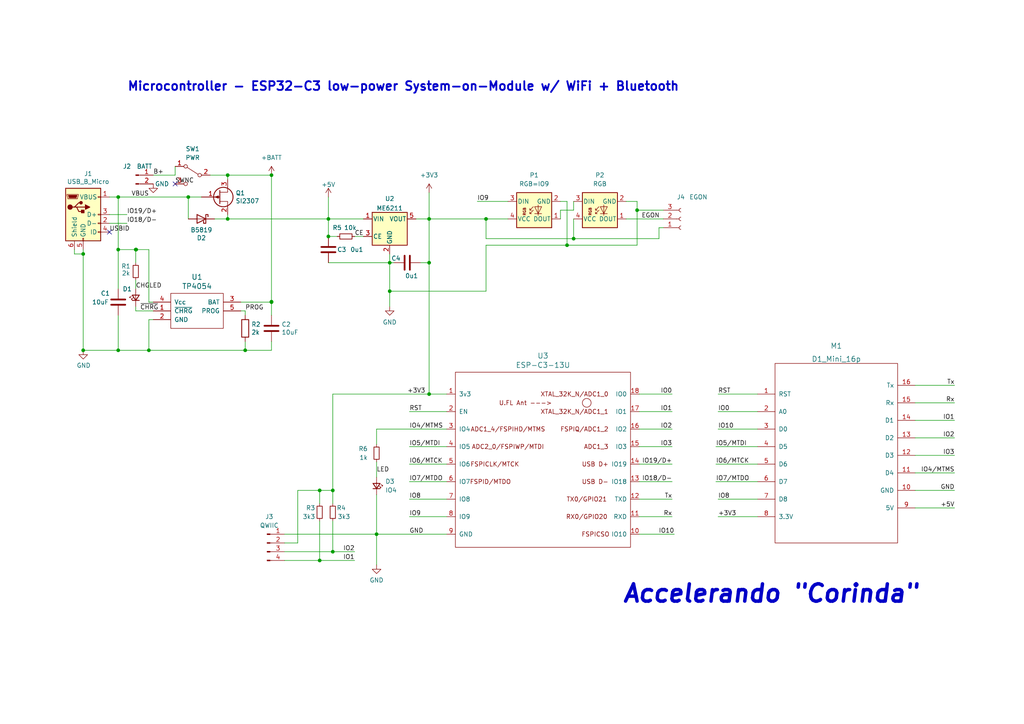
<source format=kicad_sch>
(kicad_sch (version 20211123) (generator eeschema)
  (paper "A4")
  (lib_symbols
    (symbol "Accelerando:D1_Mini_16p" (pin_names (offset 1.016))
      (property "Reference" "U3" (at 12.7 -17.7171 0))
      (property "Value" "D1_Mini_16p" (at 12.7 -20.9961 0))
      (property "Datasheet" "http://www.wemos.cc/Products/d1_mini.html" (at 12.7 -24.2751 0))
      (symbol "D1_Mini_16p_0_1"
        (rectangle (start -5.08 -25.4) (end 30.48 -77.47))
      )
      (symbol "D1_Mini_16p_1_1"
        (pin bidirectional line (at -10.16 -34.29 0) (length 5.08) (name "RST") (number "1"))
        (pin power_in line (at 35.56 -62.23 180) (length 5.08) (name "GND") (number "10"))
        (pin bidirectional line (at 35.56 -57.15 180) (length 5.08) (name "D4") (number "11"))
        (pin bidirectional line (at 35.56 -52.07 180) (length 5.08) (name "D3") (number "12"))
        (pin bidirectional line (at 35.56 -46.99 180) (length 5.08) (name "D2") (number "13"))
        (pin bidirectional line (at 35.56 -41.91 180) (length 5.08) (name "D1") (number "14"))
        (pin bidirectional line (at 35.56 -36.83 180) (length 5.08) (name "Rx") (number "15"))
        (pin bidirectional line (at 35.56 -31.75 180) (length 5.08) (name "Tx") (number "16"))
        (pin bidirectional line (at -10.16 -39.37 0) (length 5.08) (name "A0") (number "2"))
        (pin bidirectional line (at -10.16 -44.45 0) (length 5.08) (name "D0") (number "3"))
        (pin bidirectional line (at -10.16 -49.53 0) (length 5.08) (name "D5") (number "4"))
        (pin bidirectional line (at -10.16 -54.61 0) (length 5.08) (name "D6") (number "5"))
        (pin bidirectional line (at -10.16 -59.69 0) (length 5.08) (name "D7") (number "6"))
        (pin bidirectional line (at -10.16 -64.77 0) (length 5.08) (name "D8") (number "7"))
        (pin power_out line (at -10.16 -69.85 0) (length 5.08) (name "3.3V") (number "8"))
        (pin power_in line (at 35.56 -67.31 180) (length 5.08) (name "5V") (number "9"))
      )
    )
    (symbol "Accelerando:ESP-C3-13U" (pin_names (offset 1.016))
      (property "Reference" "U" (at -12.7 22.86 0))
      (property "Value" "Accelerando_ESP-C3-13U" (at 3.81 22.86 0))
      (symbol "ESP-C3-13U_0_0"
        (text "ADC1_3" (at 19.05 3.81 0) (effects (font (size 1.27 1.27)) (justify right)))
        (text "ADC1_4/FSPIHD/MTMS" (at -10.16 8.89 0) (effects (font (size 1.27 1.27))))
        (text "ADC2_0/FSPIWP/MTDI" (at -10.16 3.81 0) (effects (font (size 1.27 1.27))))
        (text "FSPICLK/MTCK" (at -13.97 -1.27 0) (effects (font (size 1.27 1.27))))
        (text "FSPICSO" (at 15.24 -21.59 0) (effects (font (size 1.27 1.27))))
        (text "FSPID/MTDO" (at -15.24 -6.35 0) (effects (font (size 1.27 1.27))))
        (text "FSPIQ/ADC1_2" (at 19.05 8.89 0) (effects (font (size 1.27 1.27)) (justify right)))
        (text "RX0/GPIO20" (at 12.7 -16.51 0) (effects (font (size 1.27 1.27))))
        (text "TX0/GPIO21" (at 12.7 -11.43 0) (effects (font (size 1.27 1.27))))
        (text "U.FL Ant --->" (at -5.08 16.51 0) (effects (font (size 1.27 1.27))))
        (text "USB D+" (at 19.05 -1.27 0) (effects (font (size 1.27 1.27)) (justify right)))
        (text "USB D-" (at 19.05 -6.35 0) (effects (font (size 1.27 1.27)) (justify right)))
        (text "XTAL_32K_N/ADC1_0" (at 19.05 19.05 0) (effects (font (size 1.27 1.27)) (justify right)))
        (text "XTAL_32K_N/ADC1_1" (at 19.05 13.97 0) (effects (font (size 1.27 1.27)) (justify right)))
      )
      (symbol "ESP-C3-13U_0_1"
        (rectangle (start -25.4 25.4) (end 25.4 -25.4))
        (circle (center 12.7 16.51) (radius 1.27))
      )
      (symbol "ESP-C3-13U_1_1"
        (pin power_in line (at -27.94 19.05 0) (length 2.54) (name "3v3") (number "1"))
        (pin power_in line (at 27.94 -21.59 180) (length 2.54) (name "IO10") (number "10"))
        (pin bidirectional line (at 27.94 -16.51 180) (length 2.54) (name "RXD") (number "11"))
        (pin bidirectional line (at 27.94 -11.43 180) (length 2.54) (name "TXD") (number "12"))
        (pin bidirectional line (at 27.94 -6.35 180) (length 2.54) (name "IO18") (number "13"))
        (pin bidirectional line (at 27.94 -1.27 180) (length 2.54) (name "IO19") (number "14"))
        (pin bidirectional line (at 27.94 3.81 180) (length 2.54) (name "IO3") (number "15"))
        (pin bidirectional line (at 27.94 8.89 180) (length 2.54) (name "IO2") (number "16"))
        (pin input line (at 27.94 13.97 180) (length 2.54) (name "IO1") (number "17"))
        (pin power_in line (at 27.94 19.05 180) (length 2.54) (name "IO0") (number "18"))
        (pin bidirectional line (at -27.94 13.97 0) (length 2.54) (name "EN") (number "2"))
        (pin bidirectional line (at -27.94 8.89 0) (length 2.54) (name "IO4") (number "3"))
        (pin bidirectional line (at -27.94 3.81 0) (length 2.54) (name "IO5") (number "4"))
        (pin bidirectional line (at -27.94 -1.27 0) (length 2.54) (name "IO6") (number "5"))
        (pin bidirectional line (at -27.94 -6.35 0) (length 2.54) (name "IO7") (number "6"))
        (pin bidirectional line (at -27.94 -11.43 0) (length 2.54) (name "IO8") (number "7"))
        (pin bidirectional line (at -27.94 -16.51 0) (length 2.54) (name "IO9") (number "8"))
        (pin power_out line (at -27.94 -21.59 0) (length 2.54) (name "GND") (number "9"))
      )
    )
    (symbol "Accelerando:ME6211" (pin_names (offset 0.254))
      (property "Reference" "U" (at -5.08 5.715 0))
      (property "Value" "ME6211" (at 0 5.715 0))
      (symbol "ME6211_0_1"
        (rectangle (start -5.08 4.445) (end 5.08 -5.08) (stroke (width 0.254)) (fill (type background)))
      )
      (symbol "ME6211_1_1"
        (pin power_in line (at -7.62 2.54 0) (length 2.54) (name "VIN") (number "1"))
        (pin power_in line (at 0 -7.62 90) (length 2.54) (name "GND") (number "2"))
        (pin input line (at -7.62 -2.54 0) (length 2.54) (name "CE") (number "3"))
        (pin no_connect line (at 7.62 -2.54 180) (length 2.54) hide (name "NC") (number "4"))
        (pin power_out line (at 7.62 2.54 180) (length 2.54) (name "VOUT") (number "5"))
      )
    )
    (symbol "Accelerando:TP4054" (pin_names (offset 1.016))
      (property "Reference" "U" (at -3.81 0 0))
      (property "Value" "TP4054" (at -2.54 -2.54 0))
      (symbol "TP4054_0_1"
        (rectangle (start -10.16 -3.81) (end 5.08 -13.97))
      )
      (symbol "TP4054_1_1"
        (pin input line (at -15.24 -8.89 0) (length 5.08) (name "~{CHRG}") (number "1"))
        (pin input line (at -15.24 -11.43 0) (length 5.08) (name "GND") (number "2"))
        (pin input line (at 10.16 -6.35 180) (length 5.08) (name "BAT") (number "3"))
        (pin input line (at -15.24 -6.35 0) (length 5.08) (name "Vcc") (number "4"))
        (pin input line (at 10.16 -8.89 180) (length 5.08) (name "PROG") (number "5"))
      )
    )
    (symbol "Accelerando:WS2812B_2020" (pin_names (offset 0.254))
      (property "Reference" "D" (at -3.81 13.97 0))
      (property "Value" "WS2812B_2020" (at -5.08 12.7 0))
      (symbol "WS2812B_2020_0_0"
        (text "RGB" (at 0.381 -2.794 0) (effects (font (size 0.762 0.762))))
      )
      (symbol "WS2812B_2020_0_1"
        (rectangle (start -5.08 5.08) (end 5.08 -5.08) (stroke (width 0.254)) (fill (type background)))
        (polyline (pts (xy 0 -1.27) (xy 0 -0.762)))
        (polyline (pts (xy 1.016 -1.27) (xy 1.016 -0.762)))
        (polyline (pts (xy 1.016 2.159) (xy 1.016 0.127)))
        (polyline (pts (xy -1.524 1.143) (xy 1.016 1.143) (xy 1.524 1.143)))
        (polyline (pts (xy -1.016 -0.254) (xy 0 -1.27) (xy -0.508 -1.27)))
        (polyline (pts (xy 0 -0.254) (xy 1.016 -1.27) (xy 0.508 -1.27)))
        (polyline (pts (xy -1.016 2.159) (xy -1.016 0.127) (xy 1.016 1.143) (xy -1.016 2.159)))
      )
      (symbol "WS2812B_2020_1_1"
        (pin output line (at 2.54 7.62 270) (length 2.54) (name "DOUT") (number "1"))
        (pin power_in line (at -2.54 7.62 270) (length 2.54) (name "GND") (number "2"))
        (pin input line (at -2.54 -7.62 90) (length 2.54) (name "DIN") (number "3"))
        (pin power_in line (at 2.54 -7.62 90) (length 2.54) (name "VCC") (number "4"))
      )
    )
    (symbol "Connector:Conn_01x02_Male" (pin_names (offset 1.016) hide)
      (property "Reference" "J" (at 0 2.54 0))
      (property "Value" "Conn_01x02_Male" (at 0 -5.08 0))
      (symbol "Conn_01x02_Male_1_1"
        (polyline (pts (xy 1.27 -2.54) (xy 0.8636 -2.54)) (stroke (width 0.1524)))
        (polyline (pts (xy 1.27 0) (xy 0.8636 0)) (stroke (width 0.1524)))
        (rectangle (start 0.8636 -2.413) (end 0 -2.667) (stroke (width 0.1524)) (fill (type outline)))
        (rectangle (start 0.8636 0.127) (end 0 -0.127) (stroke (width 0.1524)) (fill (type outline)))
        (pin passive line (at 5.08 0 180) (length 3.81) (name "Pin_1") (number "1"))
        (pin passive line (at 5.08 -2.54 180) (length 3.81) (name "Pin_2") (number "2"))
      )
    )
    (symbol "Connector:Conn_01x03_Female" (pin_names (offset 1.016) hide)
      (property "Reference" "J" (at 0 5.08 0))
      (property "Value" "Conn_01x03_Female" (at 0 -5.08 0))
      (symbol "Conn_01x03_Female_1_1"
        (arc (start 0 -2.032) (mid -0.508 -2.54) (end 0 -3.048) (stroke (width 0.1524)))
        (polyline (pts (xy -1.27 -2.54) (xy -0.508 -2.54)) (stroke (width 0.1524)))
        (polyline (pts (xy -1.27 0) (xy -0.508 0)) (stroke (width 0.1524)))
        (polyline (pts (xy -1.27 2.54) (xy -0.508 2.54)) (stroke (width 0.1524)))
        (arc (start 0 0.508) (mid -0.508 0) (end 0 -0.508) (stroke (width 0.1524)))
        (arc (start 0 3.048) (mid -0.508 2.54) (end 0 2.032) (stroke (width 0.1524)))
        (pin passive line (at -5.08 2.54 0) (length 3.81) (name "Pin_1") (number "1"))
        (pin passive line (at -5.08 0 0) (length 3.81) (name "Pin_2") (number "2"))
        (pin passive line (at -5.08 -2.54 0) (length 3.81) (name "Pin_3") (number "3"))
      )
    )
    (symbol "Connector:Conn_01x04_Male" (pin_names (offset 1.016) hide)
      (property "Reference" "J" (at 0 5.08 0))
      (property "Value" "Conn_01x04_Male" (at 0 -7.62 0))
      (symbol "Conn_01x04_Male_1_1"
        (polyline (pts (xy 1.27 -5.08) (xy 0.8636 -5.08)) (stroke (width 0.1524)))
        (polyline (pts (xy 1.27 -2.54) (xy 0.8636 -2.54)) (stroke (width 0.1524)))
        (polyline (pts (xy 1.27 0) (xy 0.8636 0)) (stroke (width 0.1524)))
        (polyline (pts (xy 1.27 2.54) (xy 0.8636 2.54)) (stroke (width 0.1524)))
        (rectangle (start 0.8636 -4.953) (end 0 -5.207) (stroke (width 0.1524)) (fill (type outline)))
        (rectangle (start 0.8636 -2.413) (end 0 -2.667) (stroke (width 0.1524)) (fill (type outline)))
        (rectangle (start 0.8636 0.127) (end 0 -0.127) (stroke (width 0.1524)) (fill (type outline)))
        (rectangle (start 0.8636 2.667) (end 0 2.413) (stroke (width 0.1524)) (fill (type outline)))
        (pin passive line (at 5.08 2.54 180) (length 3.81) (name "Pin_1") (number "1"))
        (pin passive line (at 5.08 0 180) (length 3.81) (name "Pin_2") (number "2"))
        (pin passive line (at 5.08 -2.54 180) (length 3.81) (name "Pin_3") (number "3"))
        (pin passive line (at 5.08 -5.08 180) (length 3.81) (name "Pin_4") (number "4"))
      )
    )
    (symbol "Device:C" (pin_numbers hide) (pin_names (offset 0.254))
      (property "Reference" "C" (at 0.635 2.54 0))
      (property "Value" "C" (at 0.635 -2.54 0))
      (symbol "C_0_1"
        (polyline (pts (xy -2.032 -0.762) (xy 2.032 -0.762)) (stroke (width 0.508)))
        (polyline (pts (xy -2.032 0.762) (xy 2.032 0.762)) (stroke (width 0.508)))
      )
      (symbol "C_1_1"
        (pin passive line (at 0 3.81 270) (length 2.794) (name "~") (number "1"))
        (pin passive line (at 0 -3.81 90) (length 2.794) (name "~") (number "2"))
      )
    )
    (symbol "Device:D_Schottky" (pin_numbers hide) (pin_names (offset 1.016) hide)
      (property "Reference" "D" (at 0 2.54 0))
      (property "Value" "D_Schottky" (at 0 -2.54 0))
      (symbol "D_Schottky_0_1"
        (polyline (pts (xy 1.27 0) (xy -1.27 0)))
        (polyline (pts (xy 1.27 1.27) (xy 1.27 -1.27) (xy -1.27 0) (xy 1.27 1.27)) (stroke (width 0.254)))
        (polyline (pts (xy -1.905 0.635) (xy -1.905 1.27) (xy -1.27 1.27) (xy -1.27 -1.27) (xy -0.635 -1.27) (xy -0.635 -0.635)) (stroke (width 0.254)))
      )
      (symbol "D_Schottky_1_1"
        (pin passive line (at -3.81 0 0) (length 2.54) (name "K") (number "1"))
        (pin passive line (at 3.81 0 180) (length 2.54) (name "A") (number "2"))
      )
    )
    (symbol "Device:LED_Small" (pin_numbers hide) (pin_names (offset 0.254) hide)
      (property "Reference" "D" (at -1.27 3.175 0))
      (property "Value" "LED_Small" (at -4.445 -2.54 0))
      (symbol "LED_Small_0_1"
        (polyline (pts (xy -0.762 -1.016) (xy -0.762 1.016)) (stroke (width 0.254)))
        (polyline (pts (xy 1.016 0) (xy -0.762 0)))
        (polyline (pts (xy 0.762 -1.016) (xy -0.762 0) (xy 0.762 1.016) (xy 0.762 -1.016)) (stroke (width 0.254)))
        (polyline (pts (xy 0 0.762) (xy -0.508 1.27) (xy -0.254 1.27) (xy -0.508 1.27) (xy -0.508 1.016)))
        (polyline (pts (xy 0.508 1.27) (xy 0 1.778) (xy 0.254 1.778) (xy 0 1.778) (xy 0 1.524)))
      )
      (symbol "LED_Small_1_1"
        (pin passive line (at -2.54 0 0) (length 1.778) (name "K") (number "1"))
        (pin passive line (at 2.54 0 180) (length 1.778) (name "A") (number "2"))
      )
    )
    (symbol "Device:Q_PJFET_GSD" (pin_names (offset 0) hide)
      (property "Reference" "Q" (at 5.08 1.27 0))
      (property "Value" "Q_PJFET_GSD" (at 5.08 -1.27 0))
      (symbol "Q_PJFET_GSD_0_1"
        (polyline (pts (xy 0.254 1.905) (xy 0.254 -1.905) (xy 0.254 -1.905)) (stroke (width 0.254)))
        (polyline (pts (xy 2.54 -2.54) (xy 2.54 -1.27) (xy 0.254 -1.27)))
        (polyline (pts (xy 2.54 2.54) (xy 2.54 1.397) (xy 0.254 1.397)))
        (polyline (pts (xy -1.143 0) (xy -0.127 0.381) (xy -0.127 -0.381) (xy -1.143 0)) (fill (type outline)))
        (circle (center 1.27 0) (radius 2.8194) (stroke (width 0.254)))
      )
      (symbol "Q_PJFET_GSD_1_1"
        (pin input line (at -5.08 0 0) (length 5.334) (name "G") (number "1"))
        (pin passive line (at 2.54 -5.08 90) (length 2.54) (name "S") (number "2"))
        (pin passive line (at 2.54 5.08 270) (length 2.54) (name "D") (number "3"))
      )
    )
    (symbol "Device:R" (pin_numbers hide) (pin_names (offset 0))
      (property "Reference" "R" (at 2.032 0 90))
      (property "Value" "R" (at 0 0 90))
      (symbol "R_0_1"
        (rectangle (start -1.016 -2.54) (end 1.016 2.54) (stroke (width 0.254)))
      )
      (symbol "R_1_1"
        (pin passive line (at 0 3.81 270) (length 1.27) (name "~") (number "1"))
        (pin passive line (at 0 -3.81 90) (length 1.27) (name "~") (number "2"))
      )
    )
    (symbol "Device:R_Small" (pin_numbers hide) (pin_names (offset 0.254) hide)
      (property "Reference" "R" (at 0.762 0.508 0))
      (property "Value" "R_Small" (at 0.762 -1.016 0))
      (symbol "R_Small_0_1"
        (rectangle (start -0.762 1.778) (end 0.762 -1.778) (stroke (width 0.2032)))
      )
      (symbol "R_Small_1_1"
        (pin passive line (at 0 2.54 270) (length 0.762) (name "~") (number "1"))
        (pin passive line (at 0 -2.54 90) (length 0.762) (name "~") (number "2"))
      )
    )
    (symbol "Switch:SW_SPDT" (pin_names (offset 0) hide)
      (property "Reference" "SW" (at 0 4.318 0))
      (property "Value" "SW_SPDT" (at 0 -5.08 0))
      (symbol "SW_SPDT_0_0"
        (circle (center -2.032 0) (radius 0.508))
        (circle (center 2.032 -2.54) (radius 0.508))
      )
      (symbol "SW_SPDT_0_1"
        (polyline (pts (xy -1.524 0.254) (xy 1.651 2.286)))
        (circle (center 2.032 2.54) (radius 0.508))
      )
      (symbol "SW_SPDT_1_1"
        (pin passive line (at 5.08 2.54 180) (length 2.54) (name "A") (number "1"))
        (pin passive line (at -5.08 0 0) (length 2.54) (name "B") (number "2"))
        (pin passive line (at 5.08 -2.54 180) (length 2.54) (name "C") (number "3"))
      )
    )
    (symbol "accelerando_hailstone-rescue:USB_B_Micro-Connector" (pin_names (offset 1.016))
      (property "Reference" "J" (at -5.08 11.43 0))
      (property "Value" "USB_B_Micro-Connector" (at -5.08 8.89 0))
      (symbol "USB_B_Micro-Connector_0_1"
        (rectangle (start -5.08 -7.62) (end 5.08 7.62) (stroke (width 0.254)) (fill (type background)))
        (circle (center -3.81 2.159) (radius 0.635) (stroke (width 0.254)) (fill (type outline)))
        (circle (center -0.635 3.429) (radius 0.381) (stroke (width 0.254)) (fill (type outline)))
        (rectangle (start -0.127 -7.62) (end 0.127 -6.858))
        (polyline (pts (xy -1.905 2.159) (xy 0.635 2.159)) (stroke (width 0.254)))
        (polyline (pts (xy -3.175 2.159) (xy -2.54 2.159) (xy -1.27 3.429) (xy -0.635 3.429)) (stroke (width 0.254)))
        (polyline (pts (xy -2.54 2.159) (xy -1.905 2.159) (xy -1.27 0.889) (xy 0 0.889)) (stroke (width 0.254)))
        (polyline (pts (xy 0.635 2.794) (xy 0.635 1.524) (xy 1.905 2.159) (xy 0.635 2.794)) (stroke (width 0.254)) (fill (type outline)))
        (polyline (pts (xy -4.318 5.588) (xy -1.778 5.588) (xy -2.032 4.826) (xy -4.064 4.826) (xy -4.318 5.588)) (fill (type outline)))
        (polyline (pts (xy -4.699 5.842) (xy -4.699 5.588) (xy -4.445 4.826) (xy -4.445 4.572) (xy -1.651 4.572) (xy -1.651 4.826) (xy -1.397 5.588) (xy -1.397 5.842) (xy -4.699 5.842)))
        (rectangle (start 0.254 1.27) (end -0.508 0.508) (stroke (width 0.254)) (fill (type outline)))
        (rectangle (start 5.08 -5.207) (end 4.318 -4.953))
        (rectangle (start 5.08 -2.667) (end 4.318 -2.413))
        (rectangle (start 5.08 -0.127) (end 4.318 0.127))
        (rectangle (start 5.08 4.953) (end 4.318 5.207))
      )
      (symbol "USB_B_Micro-Connector_1_1"
        (pin power_out line (at 7.62 5.08 180) (length 2.54) (name "VBUS") (number "1"))
        (pin passive line (at 7.62 -2.54 180) (length 2.54) (name "D-") (number "2"))
        (pin passive line (at 7.62 0 180) (length 2.54) (name "D+") (number "3"))
        (pin passive line (at 7.62 -5.08 180) (length 2.54) (name "ID") (number "4"))
        (pin power_out line (at 0 -10.16 90) (length 2.54) (name "GND") (number "5"))
        (pin passive line (at -2.54 -10.16 90) (length 2.54) (name "Shield") (number "6"))
      )
    )
    (symbol "power:+3V3" (power) (pin_names (offset 0))
      (property "Value" "+3V3" (at 0 3.556 0))
      (symbol "+3V3_0_1"
        (polyline (pts (xy -0.762 1.27) (xy 0 2.54)))
        (polyline (pts (xy 0 0) (xy 0 2.54)))
        (polyline (pts (xy 0 2.54) (xy 0.762 1.27)))
      )
      (symbol "+3V3_1_1"
        (pin power_in line (at 0 0 90) (length 0) hide (name "+3V3") (number "1"))
      )
    )
    (symbol "power:+5V" (power) (pin_names (offset 0))
      (property "Value" "+5V" (at 0 3.556 0))
      (symbol "+5V_0_1"
        (polyline (pts (xy -0.762 1.27) (xy 0 2.54)))
        (polyline (pts (xy 0 0) (xy 0 2.54)))
        (polyline (pts (xy 0 2.54) (xy 0.762 1.27)))
      )
      (symbol "+5V_1_1"
        (pin power_in line (at 0 0 90) (length 0) hide (name "+5V") (number "1"))
      )
    )
    (symbol "power:+BATT" (power) (pin_names (offset 0))
      (property "Value" "+BATT" (at 0 3.556 0))
      (symbol "+BATT_0_1"
        (polyline (pts (xy -0.762 1.27) (xy 0 2.54)))
        (polyline (pts (xy 0 0) (xy 0 2.54)))
        (polyline (pts (xy 0 2.54) (xy 0.762 1.27)))
      )
      (symbol "+BATT_1_1"
        (pin power_in line (at 0 0 90) (length 0) hide (name "+BATT") (number "1"))
      )
    )
    (symbol "power:GND" (power) (pin_names (offset 0))
      (property "Value" "GND" (at 0 -3.81 0))
      (symbol "GND_0_1"
        (polyline (pts (xy 0 0) (xy 0 -1.27) (xy 1.27 -1.27) (xy 0 -2.54) (xy -1.27 -1.27) (xy 0 -1.27)))
      )
      (symbol "GND_1_1"
        (pin power_in line (at 0 0 270) (length 0) hide (name "GND") (number "1"))
      )
    )
  )
  (junction (at 92.71 162.56))
  (junction (at 166.37 69.215))
  (junction (at 164.465 71.12))
  (junction (at 124.46 76.2))
  (junction (at 95.25 63.5))
  (junction (at 71.12 101.6))
  (junction (at 24.13 101.6))
  (junction (at 43.18 101.6))
  (junction (at 140.97 63.5))
  (junction (at 96.52 160.02))
  (junction (at 66.04 50.8))
  (junction (at 34.29 72.39))
  (junction (at 184.785 60.96))
  (junction (at 92.71 142.24))
  (junction (at 39.37 72.39))
  (junction (at 34.29 101.6))
  (junction (at 96.52 142.24))
  (junction (at 78.74 87.63))
  (junction (at 113.03 84.455))
  (junction (at 34.29 57.15))
  (junction (at 109.22 154.94))
  (junction (at 124.46 114.3))
  (junction (at 24.13 73.66))
  (junction (at 113.03 76.2))
  (junction (at 95.25 68.58))
  (junction (at 39.497 72.39))
  (junction (at 124.46 63.5))
  (junction (at 54.61 57.15))
  (junction (at 78.74 50.8))
  (junction (at 78.74 87.503))
  (junction (at 66.04 63.5))
  (no_connect (at 50.8 53.34))
  (no_connect (at 31.75 67.31))
  (wire (pts (xy 124.46 114.3) (xy 129.54 114.3)))
  (wire (pts (xy 95.25 57.15) (xy 95.25 63.5)))
  (wire (pts (xy 31.75 57.15) (xy 34.29 57.15)))
  (wire (pts (xy 140.97 63.5) (xy 140.97 69.215)))
  (wire (pts (xy 39.37 88.9) (xy 39.37 90.17)))
  (wire (pts (xy 43.18 101.6) (xy 71.12 101.6)))
  (wire (pts (xy 34.29 57.15) (xy 54.61 57.15)))
  (wire (pts (xy 39.37 81.28) (xy 39.37 83.82)))
  (wire (pts (xy 113.03 84.455) (xy 113.03 76.2)))
  (wire (pts (xy 140.97 63.5) (xy 147.32 63.5)))
  (wire (pts (xy 162.56 60.96) (xy 166.37 60.96)))
  (wire (pts (xy 185.42 124.46) (xy 194.945 124.46)))
  (wire (pts (xy 54.61 57.15) (xy 58.42 57.15)))
  (wire (pts (xy 109.22 154.94) (xy 109.22 163.83)))
  (wire (pts (xy 43.18 87.63) (xy 43.18 72.39)))
  (wire (pts (xy 102.87 160.02) (xy 96.52 160.02)))
  (wire (pts (xy 191.135 66.04) (xy 191.135 69.215)))
  (wire (pts (xy 96.52 160.02) (xy 82.55 160.02)))
  (wire (pts (xy 166.37 63.5) (xy 166.37 69.215)))
  (wire (pts (xy 207.645 139.7) (xy 219.71 139.7)))
  (wire (pts (xy 66.04 50.8) (xy 66.04 52.07)))
  (wire (pts (xy 265.43 121.92) (xy 276.86 121.92)))
  (wire (pts (xy 44.45 50.8) (xy 50.8 50.8)))
  (wire (pts (xy 208.28 124.46) (xy 219.71 124.46)))
  (wire (pts (xy 208.28 144.78) (xy 219.71 144.78)))
  (wire (pts (xy 120.65 63.5) (xy 124.46 63.5)))
  (wire (pts (xy 54.61 57.15) (xy 54.61 63.5)))
  (wire (pts (xy 44.45 90.17) (xy 39.37 90.17)))
  (wire (pts (xy 181.61 63.5) (xy 192.405 63.5)))
  (wire (pts (xy 265.43 127) (xy 276.86 127)))
  (wire (pts (xy 118.745 149.86) (xy 129.54 149.86)))
  (wire (pts (xy 194.945 144.78) (xy 185.42 144.78)))
  (wire (pts (xy 207.645 129.54) (xy 219.71 129.54)))
  (wire (pts (xy 66.04 50.8) (xy 78.74 50.8)))
  (wire (pts (xy 96.52 142.24) (xy 96.52 146.05)))
  (wire (pts (xy 92.71 142.24) (xy 86.36 142.24)))
  (wire (pts (xy 140.97 71.12) (xy 164.465 71.12)))
  (wire (pts (xy 96.52 151.13) (xy 96.52 160.02)))
  (wire (pts (xy 66.04 63.5) (xy 95.25 63.5)))
  (wire (pts (xy 34.29 101.6) (xy 24.13 101.6)))
  (wire (pts (xy 124.46 55.88) (xy 124.46 63.5)))
  (wire (pts (xy 78.74 87.63) (xy 78.74 91.44)))
  (wire (pts (xy 185.42 154.94) (xy 195.58 154.94)))
  (wire (pts (xy 124.46 63.5) (xy 124.46 76.2)))
  (wire (pts (xy 118.745 134.62) (xy 129.54 134.62)))
  (wire (pts (xy 184.785 60.96) (xy 192.405 60.96)))
  (wire (pts (xy 181.61 58.42) (xy 184.785 58.42)))
  (wire (pts (xy 78.74 50.8) (xy 78.74 87.503)))
  (wire (pts (xy 185.42 134.62) (xy 194.945 134.62)))
  (wire (pts (xy 208.28 149.86) (xy 219.71 149.86)))
  (wire (pts (xy 34.29 57.15) (xy 34.29 72.39)))
  (wire (pts (xy 69.85 90.17) (xy 71.12 90.17)))
  (wire (pts (xy 109.22 143.51) (xy 109.22 154.94)))
  (wire (pts (xy 118.745 139.7) (xy 129.54 139.7)))
  (wire (pts (xy 62.23 63.5) (xy 66.04 63.5)))
  (wire (pts (xy 124.46 114.3) (xy 96.52 114.3)))
  (wire (pts (xy 265.43 142.24) (xy 276.86 142.24)))
  (wire (pts (xy 109.22 133.985) (xy 109.22 138.43)))
  (wire (pts (xy 95.25 63.5) (xy 95.25 68.58)))
  (wire (pts (xy 39.497 72.39) (xy 39.37 72.39)))
  (wire (pts (xy 86.36 142.24) (xy 86.36 157.48)))
  (wire (pts (xy 113.03 88.9) (xy 113.03 84.455)))
  (wire (pts (xy 71.12 99.06) (xy 71.12 101.6)))
  (wire (pts (xy 31.75 62.23) (xy 36.83 62.23)))
  (wire (pts (xy 113.03 84.455) (xy 140.97 84.455)))
  (wire (pts (xy 113.03 76.2) (xy 114.3 76.2)))
  (wire (pts (xy 208.28 114.3) (xy 219.71 114.3)))
  (wire (pts (xy 185.42 129.54) (xy 194.945 129.54)))
  (wire (pts (xy 43.18 92.71) (xy 43.18 101.6)))
  (wire (pts (xy 43.18 101.6) (xy 34.29 101.6)))
  (wire (pts (xy 265.43 111.76) (xy 276.86 111.76)))
  (wire (pts (xy 124.46 76.2) (xy 121.92 76.2)))
  (wire (pts (xy 140.97 84.455) (xy 140.97 71.12)))
  (wire (pts (xy 43.18 72.39) (xy 39.497 72.39)))
  (wire (pts (xy 95.25 68.58) (xy 97.79 68.58)))
  (wire (pts (xy 164.465 58.42) (xy 162.56 58.42)))
  (wire (pts (xy 265.43 116.84) (xy 276.86 116.84)))
  (wire (pts (xy 118.745 119.38) (xy 129.54 119.38)))
  (wire (pts (xy 43.18 92.71) (xy 44.45 92.71)))
  (wire (pts (xy 140.97 69.215) (xy 166.37 69.215)))
  (wire (pts (xy 162.56 63.5) (xy 162.56 60.96)))
  (wire (pts (xy 265.43 147.32) (xy 276.86 147.32)))
  (wire (pts (xy 265.43 137.16) (xy 276.86 137.16)))
  (wire (pts (xy 185.42 114.3) (xy 194.945 114.3)))
  (wire (pts (xy 124.46 76.2) (xy 124.46 114.3)))
  (wire (pts (xy 34.29 91.44) (xy 34.29 101.6)))
  (wire (pts (xy 39.37 76.2) (xy 39.37 72.39)))
  (wire (pts (xy 78.74 101.6) (xy 78.74 99.06)))
  (wire (pts (xy 96.52 114.3) (xy 96.52 142.24)))
  (wire (pts (xy 60.96 50.8) (xy 66.04 50.8)))
  (wire (pts (xy 102.87 68.58) (xy 105.41 68.58)))
  (wire (pts (xy 164.465 71.12) (xy 184.785 71.12)))
  (wire (pts (xy 43.18 87.63) (xy 44.45 87.63)))
  (wire (pts (xy 113.03 73.66) (xy 113.03 76.2)))
  (wire (pts (xy 118.745 129.54) (xy 129.54 129.54)))
  (wire (pts (xy 166.37 69.215) (xy 191.135 69.215)))
  (wire (pts (xy 185.42 149.86) (xy 194.945 149.86)))
  (wire (pts (xy 92.71 151.13) (xy 92.71 162.56)))
  (wire (pts (xy 95.25 76.2) (xy 113.03 76.2)))
  (wire (pts (xy 185.42 119.38) (xy 194.945 119.38)))
  (wire (pts (xy 118.745 144.78) (xy 129.54 144.78)))
  (wire (pts (xy 78.74 87.503) (xy 78.74 87.63)))
  (wire (pts (xy 92.71 162.56) (xy 82.55 162.56)))
  (wire (pts (xy 50.8 48.26) (xy 50.8 50.8)))
  (wire (pts (xy 102.87 162.56) (xy 92.71 162.56)))
  (wire (pts (xy 71.12 90.17) (xy 71.12 91.44)))
  (wire (pts (xy 109.22 154.94) (xy 129.54 154.94)))
  (wire (pts (xy 192.405 66.04) (xy 191.135 66.04)))
  (wire (pts (xy 82.55 154.94) (xy 109.22 154.94)))
  (wire (pts (xy 164.465 71.12) (xy 164.465 58.42)))
  (wire (pts (xy 184.785 71.12) (xy 184.785 60.96)))
  (wire (pts (xy 31.75 64.77) (xy 36.83 64.77)))
  (wire (pts (xy 24.13 73.66) (xy 24.13 101.6)))
  (wire (pts (xy 92.71 142.24) (xy 92.71 146.05)))
  (wire (pts (xy 21.59 73.66) (xy 24.13 73.66)))
  (wire (pts (xy 166.37 58.42) (xy 166.37 60.96)))
  (wire (pts (xy 208.28 119.38) (xy 219.71 119.38)))
  (wire (pts (xy 69.85 87.63) (xy 78.74 87.63)))
  (wire (pts (xy 109.22 124.46) (xy 129.54 124.46)))
  (wire (pts (xy 34.29 72.39) (xy 39.37 72.39)))
  (wire (pts (xy 207.645 134.62) (xy 219.71 134.62)))
  (wire (pts (xy 185.42 139.7) (xy 194.945 139.7)))
  (wire (pts (xy 184.785 58.42) (xy 184.785 60.96)))
  (wire (pts (xy 265.43 132.08) (xy 276.86 132.08)))
  (wire (pts (xy 95.25 63.5) (xy 105.41 63.5)))
  (wire (pts (xy 86.36 157.48) (xy 82.55 157.48)))
  (wire (pts (xy 34.29 83.82) (xy 34.29 72.39)))
  (wire (pts (xy 109.22 124.46) (xy 109.22 128.905)))
  (wire (pts (xy 138.43 58.42) (xy 147.32 58.42)))
  (wire (pts (xy 124.46 63.5) (xy 140.97 63.5)))
  (wire (pts (xy 71.12 101.6) (xy 78.74 101.6)))
  (wire (pts (xy 66.04 63.5) (xy 66.04 62.23)))
  (wire (pts (xy 96.52 142.24) (xy 92.71 142.24)))
  (wire (pts (xy 24.13 72.39) (xy 24.13 73.66)))
  (wire (pts (xy 21.59 72.39) (xy 21.59 73.66)))
  (text "Accelerando \"Corinda\"" (at 180.34 175.26 0) (effects (font (size 5.0038 5.0038) (thickness 1.0008) bold italic) (justify left bottom)))
  (text "Microcontroller - ESP32-C3 low-power System-on-Module w/ WiFi + Bluetooth" (at 36.83 26.67 0) (effects (font (size 2.54 2.54) (thickness 0.508) bold) (justify left bottom)))
  (label "IO8" (at 118.745 144.78 0))
  (label "EGON" (at 186.055 63.5 0))
  (label "LED" (at 109.22 137.16 0))
  (label "Tx" (at 276.86 111.76 180))
  (label "RST" (at 208.28 114.3 0))
  (label "IO10" (at 208.28 124.46 0))
  (label "IO6{slash}MTCK" (at 118.745 134.62 0))
  (label "Rx" (at 276.86 116.84 180))
  (label "IO4{slash}MTMS" (at 118.745 124.46 0))
  (label "IO1" (at 276.86 121.92 180))
  (label "VBUS" (at 38.1 57.15 0))
  (label "Rx" (at 194.945 149.86 180))
  (label "IO5{slash}MTDI" (at 207.645 129.54 0))
  (label "IO1" (at 102.87 162.56 180))
  (label "IO0" (at 208.28 119.38 0))
  (label "+5V" (at 276.86 147.32 180))
  (label "+3V3" (at 118.11 114.3 0))
  (label "IO7{slash}MTDO" (at 118.745 139.7 0))
  (label "~{CHRG}" (at 40.64 90.17 0))
  (label "IO1" (at 194.945 119.38 180))
  (label "IO18{slash}D-" (at 36.83 64.77 0))
  (label "IO2" (at 194.945 124.46 180))
  (label "B+" (at 44.45 50.8 0))
  (label "IO9" (at 118.745 149.86 0))
  (label "IO18{slash}D-" (at 194.945 139.7 180))
  (label "IO3" (at 194.945 129.54 180))
  (label "IO19{slash}D+" (at 36.83 62.23 0))
  (label "IO2" (at 276.86 127 180))
  (label "IO5{slash}MTDI" (at 118.745 129.54 0))
  (label "IO3" (at 276.86 132.08 180))
  (label "IO8" (at 208.28 144.78 0))
  (label "USBID" (at 31.75 67.31 0))
  (label "IO10" (at 195.58 154.94 180))
  (label "GND" (at 118.745 154.94 0))
  (label "IO9" (at 138.43 58.42 0))
  (label "CE" (at 102.87 68.58 0))
  (label "CHGLED" (at 39.37 83.82 0))
  (label "IO4{slash}MTMS" (at 276.86 137.16 180))
  (label "RST" (at 118.745 119.38 0))
  (label "IO19{slash}D+" (at 194.945 134.62 180))
  (label "IO7{slash}MTDO" (at 207.645 139.7 0))
  (label "GND" (at 276.86 142.24 180))
  (label "IO2" (at 102.87 160.02 180))
  (label "+3V3" (at 208.28 149.86 0))
  (label "Tx" (at 194.945 144.78 180))
  (label "IO6{slash}MTCK" (at 207.645 134.62 0))
  (label "IO0" (at 194.945 114.3 180))
  (label "PROG" (at 71.12 90.17 0))
  (label "SWNC" (at 50.8 53.34 0))
  (symbol (lib_id "Accelerando:ESP-C3-13U") (at 157.48 133.35 0) (unit 1)
    (property "Reference" "U3" (at 157.48 103.2002 0) (effects (font (size 1.524 1.524))))
    (property "Value" "ESP-C3-13U" (at 157.48 105.8926 0) (effects (font (size 1.524 1.524))))
    (property "Footprint" "Accelerando:Ai-Thinker-ESP-C3-13U" (effects hide))
  )
  (symbol (lib_id "Device:LED_Small") (at 39.37 86.36 90) (unit 1)
    (property "Reference" "D1" (at 35.56 83.82 90) (effects (justify right)))
    (property "Value" "CHG" (effects hide))
    (property "Footprint" "LED_SMD:LED_0402_1005Metric" (effects hide))
  )
  (symbol (lib_id "Device:R_Small") (at 100.33 68.58 90) (unit 1)
    (property "Reference" "R5" (at 97.79 66.04 90))
    (property "Value" "10k" (at 101.6 66.04 90))
    (property "Footprint" "Resistor_SMD:R_0402_1005Metric" (effects hide))
  )
  (symbol (lib_id "Connector:Conn_01x03_Female") (at 197.485 63.5 0) (mirror x) (unit 1)
    (property "Reference" "J4" (at 197.485 57.15 0))
    (property "Value" "EGON" (at 202.565 57.15 0))
    (property "Footprint" "Connector_JST:JST_GH_SM03B-GHS-TB_1x03-1MP_P1.25mm_Horizontal" (effects hide))
  )
  (symbol (lib_id "Connector:Conn_01x02_Male") (at 39.37 50.8 0) (unit 1)
    (property "Reference" "J2" (at 36.83 48.26 0))
    (property "Value" "BATT" (at 41.91 48.26 0))
    (property "Footprint" "Connector_JST:JST_GH_SM02B-GHS-TB_1x02-1MP_P1.25mm_Horizontal" (effects hide))
  )
  (symbol (lib_id "power:+3V3") (at 124.46 55.88 0) (unit 1)
    (property "Reference" "#PWR06" (effects hide))
    (property "Value" "+3V3" (at 124.46 50.8 0))
  )
  (symbol (lib_id "Device:Q_PJFET_GSD") (at 63.5 57.15 0) (unit 1)
    (property "Reference" "Q1" (at 68.326 55.9816 0) (effects (justify left)))
    (property "Value" "SI2307" (at 68.326 58.293 0) (effects (justify left)))
    (property "Footprint" "Package_TO_SOT_SMD:SOT-23" (effects hide))
  )
  (symbol (lib_id "Accelerando:WS2812B_2020") (at 154.94 60.96 270) (unit 1)
    (property "Reference" "P1" (at 154.94 50.8 90))
    (property "Value" "RGB=IO9" (at 154.94 53.34 90))
    (property "Footprint" "Accelerando:LED_WS2812B_PLCC2_0x1_8mm_P1.27mm" (effects hide))
  )
  (symbol (lib_id "Device:LED_Small") (at 109.22 140.97 270) (mirror x) (unit 1)
    (property "Reference" "D3" (at 111.76 139.6364 90) (effects (justify left)))
    (property "Value" "IO4" (at 111.76 142.1764 90) (effects (justify left)))
    (property "Footprint" "LED_SMD:LED_0402_1005Metric" (effects hide))
  )
  (symbol (lib_id "Device:R_Small") (at 96.52 148.59 0) (mirror y) (unit 1)
    (property "Reference" "R4" (at 100.33 147.32 0) (effects (justify left)))
    (property "Value" "3k3" (at 101.6 149.86 0) (effects (justify left)))
    (property "Footprint" "Resistor_SMD:R_0402_1005Metric" (effects hide))
  )
  (symbol (lib_id "Accelerando:WS2812B_2020") (at 173.99 60.96 270) (unit 1)
    (property "Reference" "P2" (at 173.99 50.8 90))
    (property "Value" "RGB" (at 173.99 53.34 90))
    (property "Footprint" "Accelerando:LED_WS2812B_PLCC2_0x1_8mm_P1.27mm" (effects hide))
  )
  (symbol (lib_id "power:GND") (at 113.03 88.9 0) (unit 1)
    (property "Reference" "#PWR05" (effects hide))
    (property "Value" "GND" (at 113.03 93.4625 0))
  )
  (symbol (lib_id "Accelerando:TP4054") (at 59.69 81.28 0) (unit 1)
    (property "Reference" "U1" (at 57.15 80.3402 0) (effects (font (size 1.524 1.524))))
    (property "Value" "TP4054" (at 57.15 83.0326 0) (effects (font (size 1.524 1.524))))
    (property "Footprint" "Package_TO_SOT_SMD:SOT-23-5" (effects hide))
  )
  (symbol (lib_id "Device:R_Small") (at 92.71 148.59 0) (mirror y) (unit 1)
    (property "Reference" "R3" (at 91.44 147.32 0) (effects (justify left)))
    (property "Value" "3k3" (at 91.44 149.86 0) (effects (justify left)))
    (property "Footprint" "Resistor_SMD:R_0402_1005Metric" (effects hide))
  )
  (symbol (lib_id "power:+BATT") (at 78.74 50.8 0) (unit 1)
    (property "Reference" "#PWR02" (effects hide))
    (property "Value" "+BATT" (at 78.74 45.72 0))
  )
  (symbol (lib_id "Device:C") (at 118.11 76.2 90) (unit 1)
    (property "Reference" "C4" (at 116.205 74.93 90) (effects (justify left)))
    (property "Value" "0u1" (at 121.285 80.01 90) (effects (justify left)))
    (property "Footprint" "Capacitor_SMD:C_0402_1005Metric" (effects hide))
  )
  (symbol (lib_id "Device:C") (at 95.25 72.39 0) (unit 1)
    (property "Reference" "C3" (at 97.79 72.39 0) (effects (justify left)))
    (property "Value" "0u1" (at 101.6 72.39 0) (effects (justify left)))
    (property "Footprint" "Capacitor_SMD:C_0402_1005Metric" (effects hide))
  )
  (symbol (lib_id "Device:R_Small") (at 39.37 78.74 0) (unit 1)
    (property "Reference" "R1" (at 35.179 77.216 0) (effects (justify left)))
    (property "Value" "2k" (at 35.306 79.248 0) (effects (justify left)))
    (property "Footprint" "Resistor_SMD:R_0402_1005Metric" (effects hide))
  )
  (symbol (lib_id "Device:R") (at 71.12 95.25 0) (unit 1)
    (property "Reference" "R2" (at 72.898 94.0816 0) (effects (justify left)))
    (property "Value" "2k" (at 72.898 96.393 0) (effects (justify left)))
    (property "Footprint" "Resistor_SMD:R_0402_1005Metric" (effects hide))
  )
  (symbol (lib_id "Device:C") (at 34.29 87.63 0) (unit 1)
    (property "Reference" "C1" (at 29.21 85.09 0) (effects (justify left)))
    (property "Value" "10uF" (at 26.67 87.63 0) (effects (justify left)))
    (property "Footprint" "Capacitor_SMD:C_0402_1005Metric" (effects hide))
  )
  (symbol (lib_id "Switch:SW_SPDT") (at 55.88 50.8 0) (mirror y) (unit 1)
    (property "Reference" "SW1" (at 55.88 43.18 0))
    (property "Value" "PWR" (at 55.88 45.72 0))
    (property "Footprint" "Button_Switch_SMD:SW_SPDT_PCM12" (effects hide))
  )
  (symbol (lib_id "power:GND") (at 44.45 53.34 0) (unit 1)
    (property "Reference" "#PWR0101" (effects hide))
    (property "Value" "GND" (at 46.99 53.34 0))
  )
  (symbol (lib_id "Connector:Conn_01x04_Male") (at 77.47 157.48 0) (unit 1)
    (property "Reference" "J3" (at 78.105 149.86 0))
    (property "Value" "QWIIC" (at 78.105 152.4 0))
    (property "Footprint" "Connector_JST:JST_SH_SM04B-SRSS-TB_1x04-1MP_P1.00mm_Horizontal" (effects hide))
  )
  (symbol (lib_id "Device:D_Schottky") (at 58.42 63.5 0) (mirror y) (unit 1)
    (property "Reference" "D2" (at 58.42 69.0118 0))
    (property "Value" "B5819" (at 58.42 66.7004 0))
    (property "Footprint" "Diode_SMD:D_SOD-123" (effects hide))
  )
  (symbol (lib_id "power:GND") (at 24.13 101.6 0) (unit 1)
    (property "Reference" "#PWR01" (effects hide))
    (property "Value" "GND" (at 24.257 105.9942 0))
  )
  (symbol (lib_id "accelerando_hailstone-rescue:USB_B_Micro-Connector") (at 24.13 62.23 0) (unit 1)
    (property "Reference" "J1" (at 25.5778 50.3682 0))
    (property "Value" "USB_B_Micro" (at 25.5778 52.6796 0))
    (property "Footprint" "Accelerando:USB_Micro_SMD" (effects hide))
  )
  (symbol (lib_id "Accelerando:ME6211") (at 113.03 66.04 0) (unit 1)
    (property "Reference" "U2" (at 113.03 57.6285 0))
    (property "Value" "ME6211" (at 113.03 60.4036 0))
    (property "Footprint" "Package_TO_SOT_SMD:SOT-23-5" (effects hide))
  )
  (symbol (lib_id "Device:R_Small") (at 109.22 131.445 0) (mirror y) (unit 1)
    (property "Reference" "R6" (at 106.68 130.1749 0) (effects (justify left)))
    (property "Value" "1k" (at 106.68 132.7149 0) (effects (justify left)))
    (property "Footprint" "Resistor_SMD:R_0402_1005Metric" (effects hide))
  )
  (symbol (lib_id "power:+5V") (at 95.25 57.15 0) (unit 1)
    (property "Reference" "#PWR03" (effects hide))
    (property "Value" "+5V" (at 95.25 53.5455 0))
  )
  (symbol (lib_id "Accelerando:D1_Mini_16p") (at 229.87 80.01 0) (unit 1)
    (property "Reference" "M1" (at 242.57 100.33 0) (effects (font (size 1.524 1.524))))
    (property "Value" "D1_Mini_16p" (at 242.57 104.14 0) (effects (font (size 1.524 1.524))))
    (property "Footprint" "Accelerando:wemos-d1-mini-ccw-connectors-only-bigpads" (effects hide))
    (property "Datasheet" "http://www.wemos.cc/Products/d1_mini.html" (effects hide))
  )
  (symbol (lib_id "Device:C") (at 78.74 95.25 0) (unit 1)
    (property "Reference" "C2" (at 81.661 94.0816 0) (effects (justify left)))
    (property "Value" "10uF" (at 81.661 96.393 0) (effects (justify left)))
    (property "Footprint" "Capacitor_SMD:C_0402_1005Metric" (effects hide))
  )
  (symbol (lib_id "power:GND") (at 109.22 163.83 0) (mirror y) (unit 1)
    (property "Reference" "#PWR04" (effects hide))
    (property "Value" "GND" (at 109.22 168.275 0))
  )
)
</source>
